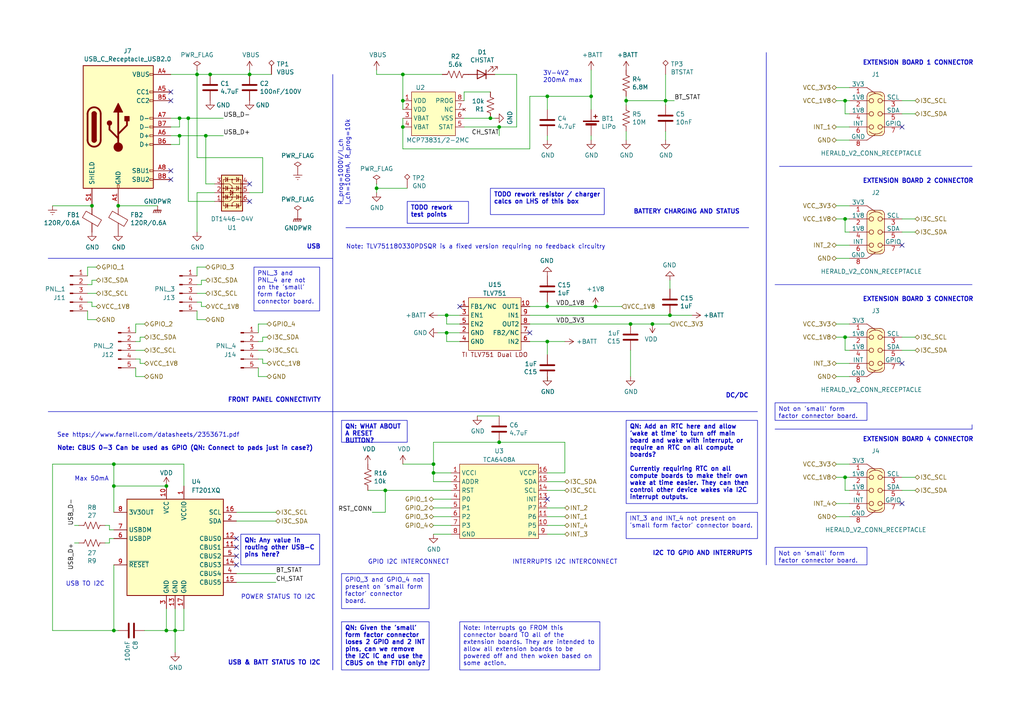
<source format=kicad_sch>
(kicad_sch (version 20230121) (generator eeschema)
  (paper "A4")
  (title_block (title "V2 Wearable Standard Connector Board") (company "The Herald Project") (comment 1 "Copyright 2021-2023 All Rights Reserved") (comment 2 "Licensed under CERN OHL-P-V2"))
  (lib_symbols
    (symbol "Connector:Conn_01x05_Pin" (pin_names (offset 1.016) hide)
      (property "Reference" "J" (at 0 7.62 0))
      (property "Value" "Conn_01x05_Pin" (at 0 -7.62 0))
      (symbol "Conn_01x05_Pin_1_1"
        (pin passive line (at 5.08 5.08 180) (length 3.81) (name "Pin_1") (number "1"))
        (pin passive line (at 5.08 2.54 180) (length 3.81) (name "Pin_2") (number "2"))
        (pin passive line (at 5.08 0 180) (length 3.81) (name "Pin_3") (number "3"))
        (pin passive line (at 5.08 -2.54 180) (length 3.81) (name "Pin_4") (number "4"))
        (pin passive line (at 5.08 -5.08 180) (length 3.81) (name "Pin_5") (number "5"))
      )
    )
    (symbol "Connector:TestPoint_Alt" (pin_numbers hide) (pin_names (offset 0.762) hide)
      (property "Reference" "TP" (at 0 6.858 0))
      (property "Value" "TestPoint_Alt" (at 0 5.08 0))
      (symbol "TestPoint_Alt_1_1"
        (pin passive line (at 0 0 90) (length 2.54) (name "1") (number "1"))
      )
    )
    (symbol "Connector:USB_C_Receptacle_USB2.0" (pin_names (offset 1.016))
      (property "Reference" "J" (at -10.16 19.05 0))
      (property "Value" "USB_C_Receptacle_USB2.0" (at 19.05 19.05 0))
      (symbol "USB_C_Receptacle_USB2.0_1_1"
        (pin passive line (at 0 -22.86 90) (length 5.08) (name "GND") (number "A1"))
        (pin passive line (at 0 -22.86 90) (length 5.08) hide (name "GND") (number "A12"))
        (pin passive line (at 15.24 15.24 180) (length 5.08) (name "VBUS") (number "A4"))
        (pin bidirectional line (at 15.24 10.16 180) (length 5.08) (name "CC1") (number "A5"))
        (pin bidirectional line (at 15.24 -2.54 180) (length 5.08) (name "D+") (number "A6"))
        (pin bidirectional line (at 15.24 2.54 180) (length 5.08) (name "D-") (number "A7"))
        (pin bidirectional line (at 15.24 -12.7 180) (length 5.08) (name "SBU1") (number "A8"))
        (pin passive line (at 15.24 15.24 180) (length 5.08) hide (name "VBUS") (number "A9"))
        (pin passive line (at 0 -22.86 90) (length 5.08) hide (name "GND") (number "B1"))
        (pin passive line (at 0 -22.86 90) (length 5.08) hide (name "GND") (number "B12"))
        (pin passive line (at 15.24 15.24 180) (length 5.08) hide (name "VBUS") (number "B4"))
        (pin bidirectional line (at 15.24 7.62 180) (length 5.08) (name "CC2") (number "B5"))
        (pin bidirectional line (at 15.24 -5.08 180) (length 5.08) (name "D+") (number "B6"))
        (pin bidirectional line (at 15.24 0 180) (length 5.08) (name "D-") (number "B7"))
        (pin bidirectional line (at 15.24 -15.24 180) (length 5.08) (name "SBU2") (number "B8"))
        (pin passive line (at 15.24 15.24 180) (length 5.08) hide (name "VBUS") (number "B9"))
        (pin passive line (at -7.62 -22.86 90) (length 5.08) (name "SHIELD") (number "S1"))
      )
    )
    (symbol "Device:Battery_Cell" (pin_numbers hide) (pin_names (offset 0) hide)
      (property "Reference" "BT" (at 2.54 2.54 0))
      (property "Value" "Battery_Cell" (at 2.54 0 0))
      (symbol "Battery_Cell_1_1"
        (pin passive line (at 0 5.08 270) (length 2.54) (name "+") (number "1"))
        (pin passive line (at 0 -2.54 90) (length 2.54) (name "-") (number "2"))
      )
    )
    (symbol "Device:C" (pin_numbers hide) (pin_names (offset 0.254))
      (property "Reference" "C" (at 0.635 2.54 0))
      (property "Value" "C" (at 0.635 -2.54 0))
      (symbol "C_1_1"
        (pin passive line (at 0 3.81 270) (length 2.794) (name "~") (number "1"))
        (pin passive line (at 0 -3.81 90) (length 2.794) (name "~") (number "2"))
      )
    )
    (symbol "Device:FerriteBead" (pin_numbers hide) (pin_names (offset 0))
      (property "Reference" "FB" (at -3.81 0.635 90))
      (property "Value" "FerriteBead" (at 3.81 0 90))
      (symbol "FerriteBead_1_1"
        (pin passive line (at 0 3.81 270) (length 2.54) (name "~") (number "1"))
        (pin passive line (at 0 -3.81 90) (length 2.54) (name "~") (number "2"))
      )
    )
    (symbol "Device:LED" (pin_numbers hide) (pin_names (offset 1.016) hide)
      (property "Reference" "D" (at 0 2.54 0))
      (property "Value" "LED" (at 0 -2.54 0))
      (symbol "LED_1_1"
        (pin passive line (at -3.81 0 0) (length 2.54) (name "K") (number "1"))
        (pin passive line (at 3.81 0 180) (length 2.54) (name "A") (number "2"))
      )
    )
    (symbol "Device:R_US" (pin_numbers hide) (pin_names (offset 0))
      (property "Reference" "R" (at 2.54 0 90))
      (property "Value" "R_US" (at -2.54 0 90))
      (symbol "R_US_1_1"
        (pin passive line (at 0 3.81 270) (length 1.27) (name "~") (number "1"))
        (pin passive line (at 0 -3.81 90) (length 1.27) (name "~") (number "2"))
      )
    )
    (symbol "Herald:TLV751"
      (property "Reference" "U" (at -8.89 8.89 0))
      (symbol "TLV751_1_1"
        (text "TI TLV751 Dual LDO" (at 0 -8.89 0) (effects (font (size 1.27 1.27))))
        (pin input line (at -10.16 5.08 0) (length 2.54) (name "FB1/NC") (number "1"))
        (pin power_out line (at 10.16 5.08 180) (length 2.54) (name "OUT1") (number "10"))
        (pin power_in line (at -10.16 -2.54 0) (length 2.54) (name "GND") (number "2"))
        (pin input line (at -10.16 2.54 0) (length 2.54) (name "EN1") (number "3"))
        (pin power_in line (at -10.16 -5.08 0) (length 2.54) (name "GND") (number "4"))
        (pin input line (at -10.16 0 0) (length 2.54) (name "EN2") (number "5"))
        (pin power_in line (at 10.16 -5.08 180) (length 2.54) (name "IN2") (number "6"))
        (pin input line (at 10.16 -2.54 180) (length 2.54) (name "FB2/NC") (number "7"))
        (pin power_out line (at 10.16 0 180) (length 2.54) (name "OUT2") (number "8"))
        (pin power_in line (at 10.16 2.54 180) (length 2.54) (name "IN1") (number "9"))
      )
    )
    (symbol "Herald_Extras:HERALD_V2_CONN_RECEPTACLE" (pin_names (offset 0))
      (property "Reference" "J" (at 0 10.16 0))
      (property "Value" "HERALD_V2_CONN_RECEPTACLE" (at -1.27 -12.7 0))
      (symbol "HERALD_V2_CONN_RECEPTACLE_1_1"
        (text private "Note: Signal (and 1V8 pins) are each max 0.5A, 3V3 and GND are both max 5A" (at 1.27 -24.13 0) (effects (font (size 1.27 1.27))))
        (text private "Note: You MUST join both 1V8 pins together immediately to allow greater current." (at 1.27 -20.32 0) (effects (font (size 1.27 1.27))))
        (pin power_in line (at -7.62 6.35 0) (length 5.08) (name "3V3") (number "1"))
        (pin power_in line (at -7.62 2.54 0) (length 5.08) (name "1V8") (number "2"))
        (pin passive line (at 7.62 2.54 180) (length 5.08) (name "SCL") (number "3"))
        (pin power_in line (at -7.62 -1.27 0) (length 5.08) (name "1V8") (number "4"))
        (pin bidirectional line (at 7.62 -1.27 180) (length 5.08) (name "SDA") (number "5"))
        (pin bidirectional line (at -7.62 -5.08 0) (length 5.08) (name "INT") (number "6"))
        (pin bidirectional line (at 7.62 -5.08 180) (length 5.08) (name "GPIO") (number "7"))
        (pin power_in line (at -7.62 -8.89 0) (length 5.08) (name "GND") (number "8"))
      )
    )
    (symbol "Herald_Extras:MCP73831/2-2MC"
      (property "Reference" "U" (at 0 12.7 0))
      (property "Value" "MCP73831/2-2MC" (at 0 10.16 0))
      (symbol "MCP73831/2-2MC_1_1"
        (pin power_in line (at -8.89 6.35 0) (length 2.54) (name "VDD") (number "1"))
        (pin power_in line (at -8.89 3.81 0) (length 2.54) (name "VDD") (number "2"))
        (pin power_out line (at -8.89 1.27 0) (length 2.54) (name "VBAT") (number "3"))
        (pin passive line (at -8.89 -1.27 0) (length 2.54) (name "VBAT") (number "4"))
        (pin output line (at 8.89 -1.27 180) (length 2.54) (name "STAT") (number "5"))
        (pin passive line (at 8.89 1.27 180) (length 2.54) (name "VSS") (number "6"))
        (pin no_connect line (at 8.89 3.81 180) (length 2.54) (name "NC") (number "7"))
        (pin input line (at 8.89 6.35 180) (length 2.54) (name "PROG") (number "8"))
      )
    )
    (symbol "Herald_Extras:TCA6408A"
      (property "Reference" "U" (at 0 15.24 0))
      (property "Value" "TCA6408A" (at 0 12.7 0))
      (symbol "TCA6408A_1_1"
        (pin power_in line (at -13.97 8.89 0) (length 2.54) (name "VCCI") (number "1"))
        (pin bidirectional line (at 13.97 -6.35 180) (length 2.54) (name "P5") (number "10"))
        (pin bidirectional line (at 13.97 -3.81 180) (length 2.54) (name "P6") (number "11"))
        (pin bidirectional line (at 13.97 -1.27 180) (length 2.54) (name "P7") (number "12"))
        (pin bidirectional line (at 13.97 1.27 180) (length 2.54) (name "INT") (number "13"))
        (pin bidirectional line (at 13.97 3.81 180) (length 2.54) (name "SCL") (number "14"))
        (pin bidirectional line (at 13.97 6.35 180) (length 2.54) (name "SDA") (number "15"))
        (pin power_in line (at 13.97 8.89 180) (length 2.54) (name "VCCP") (number "16"))
        (pin input line (at -13.97 6.35 0) (length 2.54) (name "ADDR") (number "2"))
        (pin bidirectional line (at -13.97 3.81 0) (length 2.54) (name "RST") (number "3"))
        (pin bidirectional line (at -13.97 1.27 0) (length 2.54) (name "P0") (number "4"))
        (pin bidirectional line (at -13.97 -1.27 0) (length 2.54) (name "P1") (number "5"))
        (pin bidirectional line (at -13.97 -3.81 0) (length 2.54) (name "P2") (number "6"))
        (pin bidirectional line (at -13.97 -6.35 0) (length 2.54) (name "P3") (number "7"))
        (pin power_in line (at -13.97 -8.89 0) (length 2.54) (name "GND") (number "8"))
        (pin bidirectional line (at 13.97 -8.89 180) (length 2.54) (name "P4") (number "9"))
      )
    )
    (symbol "Herald_Extras:TVS4-563"
      (property "Reference" "U" (at -6.985 -2.54 0))
      (property "Value" "TVS4-563" (at 6.35 1.27 90))
      (symbol "TVS4-563_1_1"
        (pin passive line (at -2.54 -5.08 90) (length 2.54) (name "~") (number "1"))
        (pin passive line (at 0 -5.08 90) (length 2.54) (name "~") (number "2"))
        (pin passive line (at 2.54 -5.08 90) (length 2.54) (name "~") (number "3"))
        (pin passive line (at 2.54 5.08 270) (length 2.54) (name "~") (number "4"))
        (pin passive line (at 0 5.08 270) (length 2.54) (name "~") (number "5"))
        (pin passive line (at -2.54 5.08 270) (length 2.54) (name "~") (number "6"))
      )
    )
    (symbol "Interface_USB:FT201XQ"
      (property "Reference" "U4" (at 4.7341 19.05 0))
      (property "Value" "FT201XQ" (at 4.7341 16.51 0))
      (symbol "FT201XQ_1_1"
        (pin power_in line (at 2.54 17.78 270) (length 3.81) (name "VCCIO") (number "1"))
        (pin power_in line (at -2.54 17.78 270) (length 3.81) (name "VCC") (number "10"))
        (pin bidirectional line (at 17.78 0 180) (length 3.81) (name "CBUS1") (number "11"))
        (pin bidirectional line (at 17.78 2.54 180) (length 3.81) (name "CBUS0") (number "12"))
        (pin power_in line (at 0 -17.78 90) (length 3.81) (name "GND") (number "13"))
        (pin bidirectional line (at 17.78 -5.08 180) (length 3.81) (name "CBUS3") (number "14"))
        (pin bidirectional line (at 17.78 -10.16 180) (length 3.81) (name "CBUS5") (number "15"))
        (pin input line (at 17.78 10.16 180) (length 3.81) (name "SCL") (number "16"))
        (pin power_in line (at 2.54 -17.78 90) (length 3.81) (name "GND") (number "17"))
        (pin bidirectional line (at 17.78 7.62 180) (length 3.81) (name "SDA") (number "2"))
        (pin power_in line (at -2.54 -17.78 90) (length 3.81) (name "GND") (number "3"))
        (pin bidirectional line (at 17.78 -7.62 180) (length 3.81) (name "CBUS4") (number "4"))
        (pin bidirectional line (at 17.78 -2.54 180) (length 3.81) (name "CBUS2") (number "5"))
        (pin bidirectional line (at -17.78 2.54 0) (length 3.81) (name "USBDP") (number "6"))
        (pin bidirectional line (at -17.78 5.08 0) (length 3.81) (name "USBDM") (number "7"))
        (pin passive line (at -17.78 10.16 0) (length 3.81) (name "3V3OUT") (number "8"))
        (pin input line (at -17.78 -5.08 0) (length 3.81) (name "~{RESET}") (number "9"))
      )
    )
    (symbol "power:+1V8" (power) (pin_names (offset 0))
      (property "Value" "+1V8" (at 0 3.556 0))
      (symbol "+1V8_1_1"
        (pin power_in line (at 0 0 90) (length 0) hide (name "+1V8") (number "1"))
      )
    )
    (symbol "power:+BATT" (power) (pin_names (offset 0))
      (property "Value" "+BATT" (at 0 3.556 0))
      (symbol "+BATT_1_1"
        (pin power_in line (at 0 0 90) (length 0) hide (name "+BATT") (number "1"))
      )
    )
    (symbol "power:Earth" (power) (pin_names (offset 0))
      (symbol "Earth_1_1"
        (pin power_in line (at 0 0 270) (length 0) hide (name "Earth") (number "1"))
      )
    )
    (symbol "power:GND" (power) (pin_names (offset 0))
      (property "Value" "GND" (at 0 -3.81 0))
      (symbol "GND_1_1"
        (pin power_in line (at 0 0 270) (length 0) hide (name "GND") (number "1"))
      )
    )
    (symbol "power:GNDPWR" (power) (pin_names (offset 0))
      (property "Value" "GNDPWR" (at 0 -3.302 0))
      (symbol "GNDPWR_1_1"
        (pin power_in line (at 0 0 270) (length 0) hide (name "GNDPWR") (number "1"))
      )
    )
    (symbol "power:PWR_FLAG" (power) (pin_numbers hide) (pin_names (offset 0) hide)
      (property "Value" "PWR_FLAG" (at 0 3.81 0))
      (symbol "PWR_FLAG_0_0"
        (pin power_out line (at 0 0 90) (length 0) (name "pwr") (number "1"))
      )
    )
    (symbol "power:VBUS" (power) (pin_names (offset 0))
      (property "Value" "VBUS" (at 0 3.81 0))
      (symbol "VBUS_1_1"
        (pin power_in line (at 0 0 90) (length 0) hide (name "VBUS") (number "1"))
      )
    )
    (symbol "power:VDD" (power) (pin_names (offset 0))
      (property "Value" "VDD" (at 0 3.81 0))
      (symbol "VDD_1_1"
        (pin power_in line (at 0 0 90) (length 0) hide (name "VDD") (number "1"))
      )
    )
  )
  (junction (at 142.24 34.29))
  (junction (at 172.72 88.9))
  (junction (at 33.02 140.97))
  (junction (at 158.75 88.9))
  (junction (at 52.07 39.37))
  (junction (at 182.88 93.98))
  (junction (at 125.73 137.16))
  (junction (at 158.75 27.94))
  (junction (at 52.07 34.29))
  (junction (at 59.69 39.37))
  (junction (at 54.61 34.29))
  (junction (at 144.78 36.83))
  (junction (at 34.29 59.69))
  (junction (at 116.84 36.83))
  (junction (at 245.11 97.79))
  (junction (at 193.04 29.21))
  (junction (at 111.76 142.24))
  (junction (at 129.54 96.52))
  (junction (at 245.11 63.5))
  (junction (at 109.22 54.61))
  (junction (at 50.8 182.88))
  (junction (at 33.02 134.62))
  (junction (at 171.45 27.94))
  (junction (at 116.84 29.21))
  (junction (at 57.15 21.59))
  (junction (at 116.84 21.59))
  (junction (at 189.23 93.98))
  (junction (at 158.75 99.06))
  (junction (at 129.54 91.44))
  (junction (at 48.26 140.97))
  (junction (at 194.31 91.44))
  (junction (at 125.73 134.62))
  (junction (at 181.61 29.21))
  (junction (at 33.02 182.88))
  (junction (at 245.11 138.43))
  (junction (at 144.78 128.27))
  (junction (at 72.39 21.59))
  (junction (at 48.26 182.88))
  (junction (at 245.11 29.21))
  (junction (at 60.96 21.59))
  (junction (at 26.67 59.69))
  (no_connect (at 261.62 146.05))
  (no_connect (at 68.58 163.83))
  (no_connect (at 261.62 71.12))
  (no_connect (at 49.53 26.67))
  (no_connect (at 68.58 158.75))
  (no_connect (at 49.53 29.21))
  (no_connect (at 49.53 49.53))
  (no_connect (at 49.53 52.07))
  (no_connect (at 261.62 36.83))
  (no_connect (at 261.62 105.41))
  (no_connect (at 68.58 161.29))
  (no_connect (at 153.67 96.52))
  (no_connect (at 158.75 144.78))
  (no_connect (at 72.39 58.42))
  (no_connect (at 68.58 156.21))
  (no_connect (at 72.39 53.34))
  (no_connect (at 133.35 88.9))
  (wire (pts (xy 26.67 88.9) (xy 26.67 87.63)))
  (wire (pts (xy 33.02 163.83) (xy 33.02 182.88)))
  (wire (pts (xy 261.62 67.31) (xy 265.43 67.31)))
  (wire (pts (xy 116.84 36.83) (xy 116.84 43.18)))
  (wire (pts (xy 39.37 109.22) (xy 39.37 106.68)))
  (wire (pts (xy 41.91 182.88) (xy 48.26 182.88)))
  (wire (pts (xy 54.61 34.29) (xy 54.61 58.42)))
  (wire (pts (xy 50.8 182.88) (xy 48.26 182.88)))
  (wire (pts (xy 52.07 34.29) (xy 49.53 34.29)))
  (wire (pts (xy 245.11 29.21) (xy 246.38 29.21)))
  (wire (pts (xy 27.94 88.9) (xy 26.67 88.9)))
  (wire (pts (xy 116.84 21.59) (xy 128.27 21.59)))
  (wire (pts (xy 116.84 21.59) (xy 109.22 21.59)))
  (wire (pts (xy 261.62 97.79) (xy 265.43 97.79)))
  (wire (pts (xy 116.84 29.21) (xy 116.84 31.75)))
  (wire (pts (xy 245.11 63.5) (xy 245.11 67.31)))
  (wire (pts (xy 49.53 21.59) (xy 57.15 21.59)))
  (wire (pts (xy 68.58 168.91) (xy 80.01 168.91)))
  (polyline (pts (xy 222.25 15.24) (xy 222.25 163.83)))
  (wire (pts (xy 33.02 140.97) (xy 48.26 140.97)))
  (wire (pts (xy 57.15 20.32) (xy 57.15 21.59)))
  (wire (pts (xy 163.83 137.16) (xy 163.83 128.27)))
  (wire (pts (xy 109.22 53.34) (xy 109.22 54.61)))
  (polyline (pts (xy 100.33 66.04) (xy 217.17 66.04)))
  (wire (pts (xy 158.75 149.86) (xy 163.83 149.86)))
  (wire (pts (xy 27.94 92.71) (xy 25.4 92.71)))
  (wire (pts (xy 158.75 154.94) (xy 163.83 154.94)))
  (wire (pts (xy 33.02 153.67) (xy 31.75 153.67)))
  (wire (pts (xy 57.15 87.63) (xy 58.42 87.63)))
  (wire (pts (xy 246.38 33.02) (xy 245.11 33.02)))
  (wire (pts (xy 49.53 41.91) (xy 52.07 41.91)))
  (wire (pts (xy 50.8 176.53) (xy 50.8 182.88)))
  (wire (pts (xy 125.73 128.27) (xy 144.78 128.27)))
  (wire (pts (xy 182.88 93.98) (xy 189.23 93.98)))
  (wire (pts (xy 134.62 26.67) (xy 142.24 26.67)))
  (wire (pts (xy 245.11 97.79) (xy 246.38 97.79)))
  (wire (pts (xy 158.75 99.06) (xy 163.83 99.06)))
  (wire (pts (xy 181.61 27.94) (xy 181.61 29.21)))
  (wire (pts (xy 158.75 27.94) (xy 171.45 27.94)))
  (wire (pts (xy 15.24 59.69) (xy 26.67 59.69)))
  (wire (pts (xy 127 91.44) (xy 129.54 91.44)))
  (wire (pts (xy 125.73 137.16) (xy 130.81 137.16)))
  (wire (pts (xy 48.26 176.53) (xy 48.26 182.88)))
  (wire (pts (xy 30.48 157.48) (xy 31.75 157.48)))
  (wire (pts (xy 27.94 81.28) (xy 26.67 81.28)))
  (wire (pts (xy 54.61 34.29) (xy 64.77 34.29)))
  (wire (pts (xy 158.75 147.32) (xy 163.83 147.32)))
  (wire (pts (xy 129.54 99.06) (xy 129.54 96.52)))
  (wire (pts (xy 149.86 21.59) (xy 143.51 21.59)))
  (wire (pts (xy 77.47 109.22) (xy 74.93 109.22)))
  (wire (pts (xy 52.07 39.37) (xy 59.69 39.37)))
  (wire (pts (xy 59.69 77.47) (xy 57.15 77.47)))
  (wire (pts (xy 78.74 21.59) (xy 72.39 21.59)))
  (wire (pts (xy 54.61 34.29) (xy 52.07 34.29)))
  (wire (pts (xy 242.57 63.5) (xy 245.11 63.5)))
  (wire (pts (xy 116.84 134.62) (xy 125.73 134.62)))
  (wire (pts (xy 59.69 88.9) (xy 58.42 88.9)))
  (wire (pts (xy 134.62 29.21) (xy 134.62 26.67)))
  (wire (pts (xy 74.93 101.6) (xy 77.47 101.6)))
  (wire (pts (xy 40.64 105.41) (xy 40.64 104.14)))
  (wire (pts (xy 39.37 99.06) (xy 40.64 99.06)))
  (wire (pts (xy 171.45 27.94) (xy 171.45 31.75)))
  (wire (pts (xy 62.23 58.42) (xy 54.61 58.42)))
  (polyline (pts (xy 96.52 119.38) (xy 96.52 194.31)))
  (wire (pts (xy 59.69 92.71) (xy 57.15 92.71)))
  (wire (pts (xy 138.43 120.65) (xy 144.78 120.65)))
  (wire (pts (xy 261.62 33.02) (xy 265.43 33.02)))
  (wire (pts (xy 182.88 101.6) (xy 182.88 109.22)))
  (wire (pts (xy 245.11 138.43) (xy 246.38 138.43)))
  (wire (pts (xy 57.15 92.71) (xy 57.15 90.17)))
  (wire (pts (xy 39.37 93.98) (xy 39.37 96.52)))
  (wire (pts (xy 76.2 97.79) (xy 76.2 99.06)))
  (wire (pts (xy 125.73 147.32) (xy 130.81 147.32)))
  (wire (pts (xy 129.54 93.98) (xy 129.54 91.44)))
  (wire (pts (xy 158.75 27.94) (xy 158.75 31.75)))
  (wire (pts (xy 189.23 93.98) (xy 194.31 93.98)))
  (wire (pts (xy 193.04 38.1) (xy 193.04 40.64)))
  (wire (pts (xy 25.4 85.09) (xy 27.94 85.09)))
  (wire (pts (xy 109.22 20.32) (xy 109.22 21.59)))
  (wire (pts (xy 40.64 97.79) (xy 40.64 99.06)))
  (wire (pts (xy 242.57 29.21) (xy 245.11 29.21)))
  (wire (pts (xy 31.75 156.21) (xy 31.75 157.48)))
  (wire (pts (xy 245.11 29.21) (xy 245.11 33.02)))
  (wire (pts (xy 31.75 153.67) (xy 31.75 152.4)))
  (wire (pts (xy 246.38 101.6) (xy 245.11 101.6)))
  (polyline (pts (xy 224.79 82.55) (xy 281.94 82.55)))
  (wire (pts (xy 39.37 104.14) (xy 40.64 104.14)))
  (wire (pts (xy 134.62 34.29) (xy 142.24 34.29)))
  (wire (pts (xy 33.02 182.88) (xy 34.29 182.88)))
  (wire (pts (xy 158.75 88.9) (xy 172.72 88.9)))
  (wire (pts (xy 158.75 142.24) (xy 163.83 142.24)))
  (wire (pts (xy 158.75 137.16) (xy 163.83 137.16)))
  (wire (pts (xy 125.73 139.7) (xy 125.73 137.16)))
  (wire (pts (xy 242.57 40.64) (xy 246.38 40.64)))
  (wire (pts (xy 158.75 99.06) (xy 158.75 102.87)))
  (wire (pts (xy 64.77 39.37) (xy 59.69 39.37)))
  (wire (pts (xy 163.83 128.27) (xy 144.78 128.27)))
  (wire (pts (xy 25.4 87.63) (xy 26.67 87.63)))
  (wire (pts (xy 74.93 109.22) (xy 74.93 106.68)))
  (wire (pts (xy 245.11 97.79) (xy 245.11 101.6)))
  (polyline (pts (xy 13.97 74.93) (xy 96.52 74.93)))
  (wire (pts (xy 242.57 134.62) (xy 246.38 134.62)))
  (wire (pts (xy 21.59 152.4) (xy 22.86 152.4)))
  (wire (pts (xy 116.84 21.59) (xy 116.84 29.21)))
  (wire (pts (xy 133.35 93.98) (xy 129.54 93.98)))
  (wire (pts (xy 242.57 74.93) (xy 246.38 74.93)))
  (wire (pts (xy 144.78 39.37) (xy 144.78 36.83)))
  (polyline (pts (xy 226.06 48.26) (xy 281.94 48.26)))
  (wire (pts (xy 57.15 77.47) (xy 57.15 80.01)))
  (wire (pts (xy 181.61 29.21) (xy 193.04 29.21)))
  (wire (pts (xy 111.76 148.59) (xy 111.76 142.24)))
  (wire (pts (xy 158.75 139.7) (xy 163.83 139.7)))
  (wire (pts (xy 106.68 142.24) (xy 111.76 142.24)))
  (wire (pts (xy 133.35 99.06) (xy 129.54 99.06)))
  (wire (pts (xy 60.96 21.59) (xy 72.39 21.59)))
  (wire (pts (xy 153.67 99.06) (xy 158.75 99.06)))
  (wire (pts (xy 33.02 134.62) (xy 53.34 134.62)))
  (wire (pts (xy 242.57 93.98) (xy 246.38 93.98)))
  (wire (pts (xy 33.02 148.59) (xy 33.02 140.97)))
  (polyline (pts (xy 96.52 119.38) (xy 219.71 119.38)))
  (wire (pts (xy 53.34 176.53) (xy 53.34 182.88)))
  (wire (pts (xy 41.91 93.98) (xy 39.37 93.98)))
  (wire (pts (xy 129.54 91.44) (xy 133.35 91.44)))
  (wire (pts (xy 242.57 105.41) (xy 246.38 105.41)))
  (wire (pts (xy 118.11 54.61) (xy 109.22 54.61)))
  (wire (pts (xy 143.51 34.29) (xy 142.24 34.29)))
  (wire (pts (xy 144.78 36.83) (xy 149.86 36.83)))
  (wire (pts (xy 57.15 21.59) (xy 60.96 21.59)))
  (wire (pts (xy 125.73 154.94) (xy 130.81 154.94)))
  (wire (pts (xy 193.04 21.59) (xy 193.04 29.21)))
  (wire (pts (xy 39.37 101.6) (xy 41.91 101.6)))
  (wire (pts (xy 74.93 93.98) (xy 74.93 96.52)))
  (wire (pts (xy 41.91 105.41) (xy 40.64 105.41)))
  (wire (pts (xy 25.4 92.71) (xy 25.4 90.17)))
  (wire (pts (xy 15.24 134.62) (xy 15.24 182.88)))
  (polyline (pts (xy 13.97 119.38) (xy 96.52 119.38)))
  (wire (pts (xy 68.58 148.59) (xy 80.01 148.59)))
  (wire (pts (xy 57.15 85.09) (xy 59.69 85.09)))
  (wire (pts (xy 58.42 88.9) (xy 58.42 87.63)))
  (wire (pts (xy 242.57 109.22) (xy 246.38 109.22)))
  (wire (pts (xy 129.54 96.52) (xy 133.35 96.52)))
  (wire (pts (xy 158.75 27.94) (xy 153.67 27.94)))
  (wire (pts (xy 261.62 138.43) (xy 265.43 138.43)))
  (wire (pts (xy 246.38 142.24) (xy 245.11 142.24)))
  (wire (pts (xy 242.57 71.12) (xy 246.38 71.12)))
  (wire (pts (xy 57.15 55.88) (xy 57.15 67.31)))
  (wire (pts (xy 15.24 182.88) (xy 33.02 182.88)))
  (wire (pts (xy 77.47 105.41) (xy 76.2 105.41)))
  (wire (pts (xy 242.57 97.79) (xy 245.11 97.79)))
  (wire (pts (xy 153.67 43.18) (xy 116.84 43.18)))
  (wire (pts (xy 194.31 91.44) (xy 200.66 91.44)))
  (wire (pts (xy 134.62 36.83) (xy 144.78 36.83)))
  (wire (pts (xy 62.23 55.88) (xy 57.15 55.88)))
  (wire (pts (xy 194.31 81.28) (xy 194.31 83.82)))
  (wire (pts (xy 158.75 109.22) (xy 158.75 110.49)))
  (wire (pts (xy 242.57 25.4) (xy 246.38 25.4)))
  (wire (pts (xy 125.73 128.27) (xy 125.73 134.62)))
  (wire (pts (xy 153.67 27.94) (xy 153.67 43.18)))
  (wire (pts (xy 76.2 55.88) (xy 72.39 55.88)))
  (wire (pts (xy 49.53 36.83) (xy 52.07 36.83)))
  (wire (pts (xy 21.59 157.48) (xy 22.86 157.48)))
  (wire (pts (xy 130.81 139.7) (xy 125.73 139.7)))
  (wire (pts (xy 242.57 146.05) (xy 246.38 146.05)))
  (wire (pts (xy 107.95 148.59) (xy 111.76 148.59)))
  (wire (pts (xy 125.73 149.86) (xy 130.81 149.86)))
  (wire (pts (xy 77.47 93.98) (xy 74.93 93.98)))
  (wire (pts (xy 72.39 20.32) (xy 72.39 21.59)))
  (wire (pts (xy 33.02 134.62) (xy 33.02 140.97)))
  (wire (pts (xy 181.61 40.64) (xy 181.61 38.1)))
  (wire (pts (xy 27.94 77.47) (xy 25.4 77.47)))
  (wire (pts (xy 127 96.52) (xy 129.54 96.52)))
  (wire (pts (xy 26.67 81.28) (xy 26.67 82.55)))
  (wire (pts (xy 25.4 77.47) (xy 25.4 80.01)))
  (wire (pts (xy 116.84 34.29) (xy 116.84 36.83)))
  (wire (pts (xy 125.73 152.4) (xy 130.81 152.4)))
  (wire (pts (xy 153.67 93.98) (xy 182.88 93.98)))
  (wire (pts (xy 153.67 88.9) (xy 158.75 88.9)))
  (wire (pts (xy 41.91 109.22) (xy 39.37 109.22)))
  (wire (pts (xy 57.15 21.59) (xy 57.15 45.72)))
  (wire (pts (xy 68.58 151.13) (xy 80.01 151.13)))
  (wire (pts (xy 245.11 138.43) (xy 245.11 142.24)))
  (wire (pts (xy 50.8 182.88) (xy 50.8 189.23)))
  (wire (pts (xy 76.2 45.72) (xy 76.2 55.88)))
  (wire (pts (xy 74.93 104.14) (xy 76.2 104.14)))
  (wire (pts (xy 172.72 88.9) (xy 180.34 88.9)))
  (wire (pts (xy 261.62 101.6) (xy 265.43 101.6)))
  (wire (pts (xy 158.75 152.4) (xy 163.83 152.4)))
  (wire (pts (xy 245.11 63.5) (xy 246.38 63.5)))
  (wire (pts (xy 68.58 166.37) (xy 80.01 166.37)))
  (wire (pts (xy 149.86 21.59) (xy 149.86 36.83)))
  (wire (pts (xy 195.58 29.21) (xy 193.04 29.21)))
  (wire (pts (xy 246.38 67.31) (xy 245.11 67.31)))
  (wire (pts (xy 242.57 36.83) (xy 246.38 36.83)))
  (wire (pts (xy 59.69 39.37) (xy 59.69 53.34)))
  (wire (pts (xy 158.75 39.37) (xy 158.75 40.64)))
  (wire (pts (xy 58.42 81.28) (xy 58.42 82.55)))
  (wire (pts (xy 53.34 182.88) (xy 50.8 182.88)))
  (wire (pts (xy 125.73 144.78) (xy 130.81 144.78)))
  (wire (pts (xy 193.04 29.21) (xy 193.04 30.48)))
  (wire (pts (xy 125.73 134.62) (xy 125.73 137.16)))
  (wire (pts (xy 33.02 156.21) (xy 31.75 156.21)))
  (wire (pts (xy 15.24 134.62) (xy 33.02 134.62)))
  (wire (pts (xy 261.62 29.21) (xy 265.43 29.21)))
  (wire (pts (xy 52.07 39.37) (xy 49.53 39.37)))
  (wire (pts (xy 158.75 87.63) (xy 158.75 88.9)))
  (wire (pts (xy 171.45 40.64) (xy 171.45 39.37)))
  (wire (pts (xy 41.91 97.79) (xy 40.64 97.79)))
  (wire (pts (xy 30.48 152.4) (xy 31.75 152.4)))
  (wire (pts (xy 153.67 91.44) (xy 194.31 91.44)))
  (wire (pts (xy 261.62 142.24) (xy 265.43 142.24)))
  (polyline (pts (xy 281.94 124.46) (xy 281.94 123.19)))
  (wire (pts (xy 57.15 82.55) (xy 58.42 82.55)))
  (wire (pts (xy 52.07 41.91) (xy 52.07 39.37)))
  (wire (pts (xy 53.34 140.97) (xy 53.34 134.62)))
  (wire (pts (xy 109.22 54.61) (xy 109.22 55.88)))
  (wire (pts (xy 242.57 138.43) (xy 245.11 138.43)))
  (wire (pts (xy 76.2 105.41) (xy 76.2 104.14)))
  (wire (pts (xy 59.69 53.34) (xy 62.23 53.34)))
  (wire (pts (xy 261.62 63.5) (xy 265.43 63.5)))
  (wire (pts (xy 25.4 82.55) (xy 26.67 82.55)))
  (polyline (pts (xy 224.79 124.46) (xy 281.94 124.46)))
  (wire (pts (xy 74.93 99.06) (xy 76.2 99.06)))
  (wire (pts (xy 171.45 20.32) (xy 171.45 27.94)))
  (wire (pts (xy 242.57 149.86) (xy 246.38 149.86)))
  (wire (pts (xy 57.15 45.72) (xy 76.2 45.72)))
  (wire (pts (xy 181.61 29.21) (xy 181.61 30.48)))
  (wire (pts (xy 52.07 36.83) (xy 52.07 34.29)))
  (wire (pts (xy 111.76 142.24) (xy 130.81 142.24)))
  (wire (pts (xy 59.69 81.28) (xy 58.42 81.28)))
  (wire (pts (xy 242.57 59.69) (xy 246.38 59.69)))
  (wire (pts (xy 77.47 97.79) (xy 76.2 97.79)))
  (polyline (pts (xy 96.52 119.38) (xy 96.52 21.59)))
  (wire (pts (xy 45.72 59.69) (xy 34.29 59.69)))
  (text_box "QN: Given the 'small' form factor connector loses 2 GPIO and 2 INT pins, can we remove the I2C IC and use the CBUS on the FTDI only?" (at 99.06 180.34 0) (size 25.4 13.97) (effects (font (size 1.27 1.27) (thickness 0.254) bold) (justify left top)))
  (text_box "Note: Interrupts go FROM this connector board TO all of the extension boards. They are intended to allow all extension boards to be powered off and then woken based on some action." (at 133.35 180.34 0) (size 40.64 13.97) (effects (font (size 1.27 1.27)) (justify left top)))
  (text_box "Not on 'small' form factor connector board." (at 224.79 158.75 0) (size 26.67 5.08) (effects (font (size 1.27 1.27)) (justify left top)))
  (text_box "QN: Any value in routing other USB-C pins here?" (at 69.85 154.94 0) (size 22.86 8.89) (effects (font (size 1.27 1.27) bold) (justify left top)))
  (text_box "TODO rework test points" (at 118.11 58.42 0) (size 17.78 6.35) (effects (font (size 1.27 1.27) bold) (justify left top)))
  (text_box "GPIO_3 and GPIO_4 not present on 'small form factor' connector board." (at 99.06 166.37 0) (size 25.4 10.16) (effects (font (size 1.27 1.27)) (justify left top)))
  (text_box "QN: Add an RTC here and allow 'wake at time' to turn off main board and wake with interrupt, or require an RTC on all compute boards?\n\nCurrently requiring RTC on all compute boards to make their own wake at time easier. They can then control other device wakes via I2C interrupt outputs." (at 181.61 121.92 0) (size 38.1 24.13) (effects (font (size 1.27 1.27) (thickness 0.254) bold) (justify left top)))
  (text_box "PNL_3 and PNL_4 are not on the 'small' form factor connector board." (at 73.66 77.47 0) (size 19.05 12.7) (effects (font (size 1.27 1.27)) (justify left top)))
  (text_box "Not on 'small' form factor connector board." (at 224.79 116.84 0) (size 26.67 5.08) (effects (font (size 1.27 1.27)) (justify left top)))
  (text_box "QN: WHAT ABOUT A RESET BUTTON?" (at 99.06 121.92 0) (size 19.05 6.35) (effects (font (size 1.27 1.27) bold) (justify left top)))
  (text_box "INT_3 and INT_4 not present on 'small form factor' connector board." (at 181.61 148.59 0) (size 38.1 7.62) (effects (font (size 1.27 1.27)) (justify left top)))
  (text_box "TODO rework resistor / charger \ncalcs on LHS of this box" (at 142.24 54.61 0) (size 33.02 7.62) (effects (font (size 1.27 1.27) bold) (justify left top)))
  (text "USB TO I2C" (at 19.05 170.18 0) (effects (font (size 1.27 1.27)) (justify left bottom)))
  (text "BATTERY CHARGING AND STATUS" (at 214.63 62.23 0) (effects (font (size 1.27 1.27) (thickness 0.254) bold) (justify right bottom)))
  (text "DC/DC" (at 217.17 115.57 0) (effects (font (size 1.27 1.27) (thickness 0.254) bold) (justify right bottom)))
  (text "Note: TLV751180330PDSQR is a fixed version requiring no feedback circuitry" (at 100.33 72.39 0) (effects (font (size 1.27 1.27)) (justify left bottom)))
  (text "INTERRUPTS I2C INTERCONNECT" (at 148.59 163.83 0) (effects (font (size 1.27 1.27)) (justify left bottom)))
  (text "POWER STATUS TO I2C" (at 69.85 173.99 0) (effects (font (size 1.27 1.27)) (justify left bottom)))
  (text "USB" (at 88.9 72.39 0) (effects (font (size 1.27 1.27) (thickness 0.254) bold) (justify left bottom)))
  (text "GPIO I2C INTERCONNECT" (at 106.68 163.83 0) (effects (font (size 1.27 1.27)) (justify left bottom)))
  (text "USB & BATT STATUS TO I2C" (at 66.04 193.04 0) (effects (font (size 1.27 1.27) (thickness 0.254) bold) (justify left bottom)))
  (text "FRONT PANEL CONNECTIVITY" (at 66.04 116.84 0) (effects (font (size 1.27 1.27) (thickness 0.254) bold) (justify left bottom)))
  (text "EXTENSION BOARD 3 CONNECTOR" (at 250.19 87.63 0) (effects (font (size 1.27 1.27) (thickness 0.254) bold) (justify left bottom)))
  (text "See https://www.farnell.com/datasheets/2353671.pdf" (at 16.51 127 0) (effects (font (size 1.27 1.27)) (justify left bottom)))
  (text "I2C TO GPIO AND INTERRUPTS" (at 189.23 161.29 0) (effects (font (size 1.27 1.27) (thickness 0.254) bold) (justify left bottom)))
  (text "EXTENSION BOARD 1 CONNECTOR" (at 250.19 19.05 0) (effects (font (size 1.27 1.27) (thickness 0.254) bold) (justify left bottom)))
  (text "Max 50mA" (at 21.59 139.7 0) (effects (font (size 1.27 1.27)) (justify left bottom)))
  (text "EXTENSION BOARD 2 CONNECTOR" (at 250.19 53.34 0) (effects (font (size 1.27 1.27) (thickness 0.254) bold) (justify left bottom)))
  (text "3V-4V2\n200mA max" (at 157.48 24.13 0) (effects (font (size 1.27 1.27)) (justify left bottom)))
  (text "R_prog=1000V/I_ch\nI_ch=100mA, R_prog=10k" (at 101.6 59.69 90) (effects (font (size 1.27 1.27)) (justify left bottom)))
  (text "Note: CBUS 0-3 Can be used as GPIO (QN: Connect to pads just in case?)" (at 16.51 130.81 0) (effects (font (size 1.27 1.27) (thickness 0.254) bold) (justify left bottom)))
  (text "EXTENSION BOARD 4 CONNECTOR" (at 250.19 128.27 0) (effects (font (size 1.27 1.27) (thickness 0.254) bold) (justify left bottom)))
  (label "BT_STAT" (at 80.01 166.37 0))
  (label "USB_D-" (at 21.59 152.4 90))
  (label "CH_STAT" (at 144.78 39.37 180))
  (label "USB_D+" (at 64.77 39.37 0))
  (label "CH_STAT" (at 80.01 168.91 0))
  (label "BT_STAT" (at 195.58 29.21 0))
  (label "RST_CONN" (at 107.95 148.59 180))
  (label "VDD_3V3" (at 161.29 93.98 0))
  (label "VDD_1V8" (at 161.29 88.9 0))
  (label "USB_D+" (at 21.59 157.48 270))
  (label "USB_D-" (at 64.77 34.29 0))
  (hierarchical_label "I3C_SDA" (shape bidirectional) (at 80.01 151.13 0))
  (hierarchical_label "VCC_1V8" (shape bidirectional) (at 242.57 97.79 180))
  (hierarchical_label "I3C_SDA" (shape bidirectional) (at 41.91 97.79 0))
  (hierarchical_label "GPIO_1" (shape bidirectional) (at 125.73 144.78 180))
  (hierarchical_label "GND" (shape bidirectional) (at 41.91 109.22 0))
  (hierarchical_label "INT_1" (shape bidirectional) (at 163.83 149.86 0))
  (hierarchical_label "I3C_SCL" (shape bidirectional) (at 265.43 138.43 0))
  (hierarchical_label "GPIO_2" (shape bidirectional) (at 41.91 93.98 0))
  (hierarchical_label "GPIO_4" (shape bidirectional) (at 125.73 152.4 180))
  (hierarchical_label "VCC_1V8" (shape bidirectional) (at 27.94 88.9 0))
  (hierarchical_label "VCC_3V3" (shape bidirectional) (at 242.57 25.4 180))
  (hierarchical_label "I3C_SDA" (shape bidirectional) (at 163.83 139.7 0))
  (hierarchical_label "INT_1" (shape bidirectional) (at 242.57 36.83 180))
  (hierarchical_label "I3C_SCL" (shape bidirectional) (at 27.94 85.09 0))
  (hierarchical_label "INT_3" (shape bidirectional) (at 163.83 154.94 0))
  (hierarchical_label "I3C_SDA" (shape bidirectional) (at 265.43 142.24 0))
  (hierarchical_label "GND" (shape bidirectional) (at 242.57 74.93 180))
  (hierarchical_label "GPIO_4" (shape bidirectional) (at 77.47 93.98 0))
  (hierarchical_label "INT_2" (shape bidirectional) (at 242.57 71.12 180))
  (hierarchical_label "GND" (shape bidirectional) (at 242.57 109.22 180))
  (hierarchical_label "VCC_3V3" (shape bidirectional) (at 242.57 59.69 180))
  (hierarchical_label "VCC_3V3" (shape input) (at 194.31 93.98 0))
  (hierarchical_label "INT_4" (shape bidirectional) (at 163.83 152.4 0))
  (hierarchical_label "VCC_3V3" (shape bidirectional) (at 242.57 134.62 180))
  (hierarchical_label "INT_4" (shape bidirectional) (at 242.57 146.05 180))
  (hierarchical_label "GND" (shape bidirectional) (at 242.57 149.86 180))
  (hierarchical_label "I3C_SDA" (shape bidirectional) (at 265.43 101.6 0))
  (hierarchical_label "VCC_1V8" (shape bidirectional) (at 77.47 105.41 0))
  (hierarchical_label "I3C_SCL" (shape bidirectional) (at 265.43 63.5 0))
  (hierarchical_label "I3C_SDA" (shape bidirectional) (at 265.43 67.31 0))
  (hierarchical_label "GND" (shape bidirectional) (at 59.69 92.71 0))
  (hierarchical_label "VCC_1V8" (shape bidirectional) (at 242.57 63.5 180))
  (hierarchical_label "I3C_SDA" (shape bidirectional) (at 77.47 97.79 0))
  (hierarchical_label "GPIO_3" (shape bidirectional) (at 59.69 77.47 0))
  (hierarchical_label "GPIO_1" (shape bidirectional) (at 27.94 77.47 0))
  (hierarchical_label "I3C_SCL" (shape bidirectional) (at 265.43 97.79 0))
  (hierarchical_label "I3C_SCL" (shape bidirectional) (at 265.43 29.21 0))
  (hierarchical_label "I3C_SDA" (shape bidirectional) (at 59.69 81.28 0))
  (hierarchical_label "VCC_3V3" (shape bidirectional) (at 242.57 93.98 180))
  (hierarchical_label "VCC_1V8" (shape bidirectional) (at 59.69 88.9 0))
  (hierarchical_label "VCC_1V8" (shape input) (at 180.34 88.9 0))
  (hierarchical_label "INT_2" (shape bidirectional) (at 163.83 147.32 0))
  (hierarchical_label "I3C_SCL" (shape bidirectional) (at 41.91 101.6 0))
  (hierarchical_label "VCC_1V8" (shape bidirectional) (at 242.57 138.43 180))
  (hierarchical_label "VCC_1V8" (shape bidirectional) (at 41.91 105.41 0))
  (hierarchical_label "I3C_SCL" (shape bidirectional) (at 163.83 142.24 0))
  (hierarchical_label "VCC_1V8" (shape bidirectional) (at 242.57 29.21 180))
  (hierarchical_label "GPIO_3" (shape bidirectional) (at 125.73 149.86 180))
  (hierarchical_label "I3C_SCL" (shape bidirectional) (at 77.47 101.6 0))
  (hierarchical_label "I3C_SCL" (shape bidirectional) (at 59.69 85.09 0))
  (hierarchical_label "I3C_SCL" (shape bidirectional) (at 80.01 148.59 0))
  (hierarchical_label "I3C_SDA" (shape bidirectional) (at 27.94 81.28 0))
  (hierarchical_label "GND" (shape bidirectional) (at 77.47 109.22 0))
  (hierarchical_label "GPIO_2" (shape bidirectional) (at 125.73 147.32 180))
  (hierarchical_label "GND" (shape bidirectional) (at 242.57 40.64 180))
  (hierarchical_label "INT_3" (shape bidirectional) (at 242.57 105.41 180))
  (hierarchical_label "GND" (shape bidirectional) (at 27.94 92.71 0))
  (hierarchical_label "I3C_SDA" (shape bidirectional) (at 265.43 33.02 0))
  (symbol (lib_id "power:GND") (at 60.96 29.21 0) (unit 1)
    (property "Reference" "#PWR06" (effects hide))
    (property "Value" "GND" (at 64.77 30.48 0))
    (instances (project "wearable-v2" (path "" (reference "#PWR06") (unit 1))) (project "wearable" (path "" (reference "#PWR015") (unit 1))))
  )
  (symbol (lib_id "Device:C") (at 144.78 124.46 180) (unit 1)
    (property "Reference" "C6" (at 147.701 123.2916 0) (effects (justify right)))
    (property "Value" "4.7uF" (at 147.701 125.603 0) (effects (justify right)))
    (property "Footprint" "Capacitor_SMD:C_0402_1005Metric" (effects hide))
    (property "Description" "Capacitor, X5R 20% 16V" (effects hide))
    (property "MPN" "0402YD475MAT2A" (effects hide))
    (instances (project "wearable-v2" (path "" (reference "C6") (unit 1))) (project "wearable" (path "" (reference "C22") (unit 1))))
  )
  (symbol (lib_id "power:GND") (at 34.29 67.31 0) (unit 1)
    (property "Reference" "#PWR03" (effects hide))
    (property "Value" "GND" (at 34.417 71.7042 0))
    (instances (project "wearable-v2" (path "" (reference "#PWR03") (unit 1))) (project "wearable" (path "" (reference "#PWR06") (unit 1))))
  )
  (symbol (lib_id "power:VDD") (at 116.84 134.62 0) (unit 1)
    (property "Reference" "#PWR026" (effects hide))
    (property "Value" "VDD" (at 117.221 130.2258 0))
    (instances (project "wearable-v2" (path "" (reference "#PWR026") (unit 1))) (project "wearable" (path "" (reference "#PWR059") (unit 1))))
  )
  (symbol (lib_id "Herald_Extras:TCA6408A") (at 144.78 146.05 0) (unit 1)
    (property "Reference" "U3" (at 144.78 130.81 0))
    (property "Value" "TCA6408A" (at 144.78 133.35 0))
    (property "Footprint" "Herald:QFN40P180X260X55-16N" (effects hide))
    (property "Datasheet" "https://www.ti.com/lit/ds/symlink/tca6408a.pdf" (effects hide))
    (property "MPN" "TCA6408ARSVR" (effects hide))
  )
  (symbol (lib_id "power:+BATT") (at 181.61 20.32 0) (unit 1)
    (property "Reference" "#PWR021" (effects hide))
    (property "Value" "+BATT" (at 181.991 15.9258 0))
    (instances (project "wearable-v2" (path "" (reference "#PWR021") (unit 1))) (project "wearable" (path "" (reference "#PWR046") (unit 1))))
  )
  (symbol (lib_id "Device:C") (at 158.75 83.82 0) (unit 1)
    (property "Reference" "C15" (at 161.671 82.6516 0) (effects (justify left)))
    (property "Value" "1uF" (at 161.671 84.963 0) (effects (justify left)))
    (property "Footprint" "Capacitor_SMD:C_0402_1005Metric" (effects hide))
    (property "Description" "Capacitor, X5R 20% 10V" (effects hide))
    (property "MPN" "GRM155R61C105KA12D" (effects hide))
    (instances (project "wearable-v2" (path "" (reference "C15") (unit 1)) (path "" (reference "C31") (unit 1))) (project "wearable" (path "" (reference "C101") (unit 1)) (path "" (reference "C?") (unit 1))))
  )
  (symbol (lib_id "power:GND") (at 193.04 40.64 0) (unit 1)
    (property "Reference" "#PWR023" (effects hide))
    (property "Value" "GND" (at 193.167 45.0342 0))
    (instances (project "wearable-v2" (path "" (reference "#PWR023") (unit 1))) (project "wearable" (path "" (reference "#PWR052") (unit 1))))
  )
  (symbol (lib_id "Connector:Conn_01x05_Pin") (at 34.29 101.6 0) (unit 1)
    (property "Reference" "J12" (at 33.02 102.87 0) (effects (justify right)))
    (property "Value" "PNL_2" (at 33.02 100.33 0) (effects (justify right)))
  )
  (symbol (lib_id "power:VBUS") (at 72.39 20.32 0) (unit 1)
    (property "Reference" "#PWR07" (effects hide))
    (property "Value" "VBUS" (at 72.771 15.9258 0))
    (instances (project "wearable-v2" (path "" (reference "#PWR07") (unit 1))) (project "wearable" (path "" (reference "#PWR017") (unit 1))))
  )
  (symbol (lib_id "Device:C") (at 158.75 106.68 180) (unit 1)
    (property "Reference" "C15" (at 155.829 107.8484 0) (effects (justify left)))
    (property "Value" "1uF" (at 155.829 105.537 0) (effects (justify left)))
    (property "Footprint" "Capacitor_SMD:C_0402_1005Metric" (effects hide))
    (property "Description" "Capacitor, X5R 20% 10V" (effects hide))
    (property "MPN" "GRM155R61C105KA12D" (effects hide))
    (instances (project "wearable-v2" (path "" (reference "C15") (unit 1)) (path "" (reference "C16") (unit 1))) (project "wearable" (path "" (reference "C101") (unit 1)) (path "" (reference "C?") (unit 1))))
  )
  (symbol (lib_id "power:GND") (at 26.67 67.31 0) (unit 1)
    (property "Reference" "#PWR02" (effects hide))
    (property "Value" "GND" (at 26.797 71.7042 0))
    (instances (project "wearable-v2" (path "" (reference "#PWR02") (unit 1))) (project "wearable" (path "" (reference "#PWR04") (unit 1))))
  )
  (symbol (lib_id "power:GND") (at 182.88 109.22 0) (unit 1)
    (property "Reference" "#PWR0100" (effects hide))
    (property "Value" "GND" (at 183.007 113.6142 0))
    (instances (project "wearable-v2" (path "" (reference "#PWR0100") (unit 1))) (project "wearable" (path "" (reference "#PWR0115") (unit 1))))
  )
  (symbol (lib_id "power:GND") (at 50.8 189.23 0) (unit 1)
    (property "Reference" "#PWR034" (effects hide))
    (property "Value" "GND" (at 50.927 193.6242 0))
    (instances (project "wearable-v2" (path "" (reference "#PWR034") (unit 1))) (project "wearable" (path "" (reference "#PWR060") (unit 1))))
  )
  (symbol (lib_id "power:PWR_FLAG") (at 86.36 49.53 0) (unit 1)
    (property "Reference" "#FLG02" (effects hide))
    (property "Value" "PWR_FLAG" (at 86.36 45.1358 0))
    (instances (project "wearable-v2" (path "" (reference "#FLG02") (unit 1))) (project "wearable" (path "" (reference "#FLG0105") (unit 1))))
  )
  (symbol (lib_id "Device:C") (at 38.1 182.88 90) (unit 1)
    (property "Reference" "C8" (at 39.2684 185.801 0) (effects (justify right)))
    (property "Value" "100nF" (at 36.957 185.801 0) (effects (justify right)))
    (property "Footprint" "Capacitor_SMD:C_0402_1005Metric" (effects hide))
    (property "Description" "Capacitor, X5R 20% 16V" (effects hide))
    (property "MPN" "0402YD475MAT2A" (effects hide))
    (instances (project "wearable-v2" (path "" (reference "C8") (unit 1))) (project "wearable" (path "" (reference "C22") (unit 1))))
  )
  (symbol (lib_id "Herald_Extras:HERALD_V2_CONN_RECEPTACLE") (at 254 100.33 0) (unit 1)
    (property "Reference" "J3" (at 254 90.17 0))
    (property "Value" "HERALD_V2_CONN_RECEPTACLE" (at 252.73 113.03 0))
    (property "Footprint" "Herald:HERALD_V2_CONN_RECEPTACLE" (effects hide))
    (property "Datasheet" "https://ele.kyocera.com/assets/products/connector/specification/201035861003.pdf" (effects hide))
  )
  (symbol (lib_id "power:VDD") (at 106.68 134.62 0) (unit 1)
    (property "Reference" "#PWR030" (effects hide))
    (property "Value" "VDD" (at 107.061 130.2258 0))
    (instances (project "wearable-v2" (path "" (reference "#PWR030") (unit 1))) (project "wearable" (path "" (reference "#PWR059") (unit 1))))
  )
  (symbol (lib_id "Connector:TestPoint_Alt") (at 118.11 54.61 0) (unit 1)
    (property "Reference" "TP2" (at 119.5832 51.6128 0) (effects (justify left)))
    (property "Value" "GND" (at 119.5832 53.9242 0) (effects (justify left)))
    (property "Footprint" "TestPoint:TestPoint_Pad_D1.0mm" (effects hide))
    (property "Description" "Test point" (effects hide))
  )
  (symbol (lib_id "Connector:Conn_01x05_Pin") (at 20.32 85.09 0) (unit 1)
    (property "Reference" "J11" (at 19.05 86.36 0) (effects (justify right)))
    (property "Value" "PNL_1" (at 19.05 83.82 0) (effects (justify right)))
  )
  (symbol (lib_id "Device:FerriteBead") (at 26.67 63.5 0) (unit 1)
    (property "Reference" "FB1" (at 23.2156 62.3316 0) (effects (justify right)))
    (property "Value" "120R/0.6A" (at 23.2156 64.643 0) (effects (justify right)))
    (property "Footprint" "Inductor_SMD:L_0402_1005Metric" (effects hide))
    (property "Description" "Ferrite bead" (effects hide))
    (property "MPN" "MFBM1V1005-121-R" (effects hide))
  )
  (symbol (lib_id "power:GND") (at 138.43 120.65 0) (unit 1)
    (property "Reference" "#PWR027" (effects hide))
    (property "Value" "GND" (at 138.557 125.0442 0))
    (instances (project "wearable-v2" (path "" (reference "#PWR027") (unit 1))) (project "wearable" (path "" (reference "#PWR060") (unit 1))))
  )
  (symbol (lib_id "Connector:USB_C_Receptacle_USB2.0") (at 34.29 36.83 0) (unit 1)
    (property "Reference" "J7" (at 37.0078 14.8082 0))
    (property "Value" "USB_C_Receptacle_USB2.0" (at 37.0078 17.1196 0))
    (property "Footprint" "Herald:USB_C_Receptacle_IPxx" (effects hide))
    (property "Datasheet" "https://www.usb.org/sites/default/files/documents/usb_type-c.zip" (effects hide))
    (property "Description" "USB Type-C Receptacle" (effects hide))
    (property "MPN" "124018802112A" (effects hide))
    (instances (project "wearable-v2" (path "" (reference "J7") (unit 1))) (project "wearable" (path "" (reference "J1") (unit 1))))
  )
  (symbol (lib_id "power:+BATT") (at 200.66 91.44 270) (unit 1)
    (property "Reference" "#PWR061" (effects hide))
    (property "Value" "+BATT" (at 207.01 91.44 90))
    (instances (project "wearable-v2" (path "" (reference "#PWR061") (unit 1))) (project "wearable" (path "" (reference "#PWR044") (unit 1))))
  )
  (symbol (lib_id "power:GNDPWR") (at 45.72 59.69 0) (unit 1)
    (property "Reference" "#PWR04" (effects hide))
    (property "Value" "GNDPWR" (at 45.72 58.42 0))
    (instances (project "wearable-v2" (path "" (reference "#PWR04") (unit 1))) (project "wearable" (path "" (reference "#PWR0122") (unit 1))))
  )
  (symbol (lib_id "Device:R_US") (at 26.67 152.4 270) (unit 1)
    (property "Reference" "R8" (at 26.67 147.193 90))
    (property "Value" "27" (at 26.67 149.5044 90))
    (property "Footprint" "Resistor_SMD:R_0402_1005Metric" (effects hide))
    (property "Description" "Resistor, 1%, 100mW" (effects hide))
    (property "MPN" "RC0402FR-075R6L" (effects hide))
    (instances (project "wearable-v2" (path "" (reference "R8") (unit 1))) (project "wearable" (path "" (reference "R22") (unit 1))))
  )
  (symbol (lib_id "Device:C") (at 60.96 25.4 180) (unit 1)
    (property "Reference" "C1" (at 63.881 24.2316 0) (effects (justify right)))
    (property "Value" "4.7uF" (at 63.881 26.543 0) (effects (justify right)))
    (property "Footprint" "Capacitor_SMD:C_0402_1005Metric" (effects hide))
    (property "Description" "Capacitor, X5R 20% 16V" (effects hide))
    (property "MPN" "0402YD475MAT2A" (effects hide))
  )
  (symbol (lib_id "Interface_USB:FT201XQ") (at 50.8 158.75 0) (unit 1)
    (property "Reference" "U4" (at 55.5341 139.7 0) (effects (justify left)))
    (property "Value" "FT201XQ" (at 55.5341 142.24 0) (effects (justify left)))
    (property "Footprint" "Package_DFN_QFN:QFN-16-1EP_4x4mm_P0.65mm_EP2.1x2.1mm" (effects hide))
    (property "Datasheet" "https://www.ftdichip.com/Support/Documents/DataSheets/ICs/DS_FT201X.pdf" (effects hide))
    (property "MPN" "FT201XQ-R" (effects hide))
  )
  (symbol (lib_id "power:+1V8") (at 172.72 88.9 0) (unit 1)
    (property "Reference" "#PWR012" (effects hide))
    (property "Value" "+1V8" (at 172.72 83.82 0))
  )
  (symbol (lib_id "power:Earth") (at 86.36 49.53 0) (unit 1)
    (property "Reference" "#PWR09" (effects hide))
    (property "Value" "Earth" (effects hide))
    (instances (project "wearable-v2" (path "" (reference "#PWR09") (unit 1))) (project "wearable" (path "" (reference "#PWR0117") (unit 1))))
  )
  (symbol (lib_id "power:GND") (at 158.75 40.64 0) (unit 1)
    (property "Reference" "#PWR016" (effects hide))
    (property "Value" "GND" (at 158.877 45.0342 0))
    (instances (project "wearable-v2" (path "" (reference "#PWR016") (unit 1))) (project "wearable" (path "" (reference "#PWR042") (unit 1))))
  )
  (symbol (lib_id "Device:R_US") (at 142.24 30.48 180) (unit 1)
    (property "Reference" "R1" (at 140.5128 31.6484 0) (effects (justify left)))
    (property "Value" "10k" (at 140.5128 29.337 0) (effects (justify left)))
    (property "Footprint" "Resistor_SMD:R_0402_1005Metric" (effects hide))
    (property "Description" "Resistor, 1%, 50mW" (effects hide))
    (property "MPN" "CRCW040210K0FKEDC" (effects hide))
    (instances (project "wearable-v2" (path "" (reference "R1") (unit 1))) (project "wearable" (path "" (reference "R21") (unit 1))))
  )
  (symbol (lib_id "power:VDD") (at 189.23 93.98 180) (unit 1)
    (property "Reference" "#PWR029" (effects hide))
    (property "Value" "VDD" (at 188.849 98.3742 0))
    (instances (project "wearable-v2" (path "" (reference "#PWR029") (unit 1))) (project "wearable" (path "" (reference "#PWR059") (unit 1))))
  )
  (symbol (lib_id "Herald_Extras:HERALD_V2_CONN_RECEPTACLE") (at 254 31.75 0) (unit 1)
    (property "Reference" "J1" (at 254 21.59 0))
    (property "Value" "HERALD_V2_CONN_RECEPTACLE" (at 252.73 44.45 0))
    (property "Footprint" "Herald:HERALD_V2_CONN_RECEPTACLE" (effects hide))
    (property "Datasheet" "https://ele.kyocera.com/assets/products/connector/specification/201035861003.pdf" (effects hide))
  )
  (symbol (lib_id "power:GND") (at 57.15 67.31 0) (unit 1)
    (property "Reference" "#PWR05" (effects hide))
    (property "Value" "GND" (at 57.277 71.7042 0))
    (instances (project "wearable-v2" (path "" (reference "#PWR05") (unit 1))) (project "wearable" (path "" (reference "#PWR013") (unit 1))))
  )
  (symbol (lib_id "Device:R_US") (at 26.67 157.48 90) (unit 1)
    (property "Reference" "R9" (at 26.67 162.687 90))
    (property "Value" "27" (at 26.67 160.3756 90))
    (property "Footprint" "Resistor_SMD:R_0402_1005Metric" (effects hide))
    (property "Description" "Resistor, 1%, 100mW" (effects hide))
    (property "MPN" "RC0402FR-075R6L" (effects hide))
    (instances (project "wearable-v2" (path "" (reference "R9") (unit 1))) (project "wearable" (path "" (reference "R22") (unit 1))))
  )
  (symbol (lib_id "Device:R_US") (at 181.61 24.13 0) (unit 1)
    (property "Reference" "R4" (at 183.3372 22.9616 0) (effects (justify left)))
    (property "Value" "6.8M" (at 183.3372 25.273 0) (effects (justify left)))
    (property "Footprint" "Resistor_SMD:R_0402_1005Metric" (effects hide))
    (property "Description" "Resistor, 1%, 30mW" (effects hide))
    (property "MPN" "RK73H1ETTP6804F" (effects hide))
    (instances (project "wearable-v2" (path "" (reference "R4") (unit 1))) (project "wearable" (path "" (reference "R23") (unit 1))))
  )
  (symbol (lib_id "Device:R_US") (at 106.68 138.43 0) (unit 1)
    (property "Reference" "R16" (at 108.4072 137.2616 0) (effects (justify left)))
    (property "Value" "10k" (at 108.4072 139.573 0) (effects (justify left)))
    (property "Footprint" "Resistor_SMD:R_0402_1005Metric" (effects hide))
    (property "Description" "Resistor, 1%, 50mW" (effects hide))
    (property "MPN" "CRCW040210K0FKEDC" (effects hide))
    (instances (project "wearable-v2" (path "" (reference "R16") (unit 1))) (project "wearable" (path "" (reference "R21") (unit 1))))
  )
  (symbol (lib_id "power:PWR_FLAG") (at 109.22 53.34 0) (unit 1)
    (property "Reference" "#FLG04" (effects hide))
    (property "Value" "PWR_FLAG" (at 109.22 48.9458 0))
    (instances (project "wearable-v2" (path "" (reference "#FLG04") (unit 1))) (project "wearable" (path "" (reference "#FLG0104") (unit 1))))
  )
  (symbol (lib_id "power:GND") (at 143.51 34.29 90) (unit 1)
    (property "Reference" "#PWR015" (effects hide))
    (property "Value" "GND" (at 147.9042 34.163 0))
    (instances (project "wearable-v2" (path "" (reference "#PWR015") (unit 1))) (project "wearable" (path "" (reference "#PWR026") (unit 1))))
  )
  (symbol (lib_id "Herald_Extras:MCP73831/2-2MC") (at 125.73 35.56 0) (unit 1)
    (property "Reference" "U2" (at 121.92 25.4 0))
    (property "Value" "MCP73831/2-2MC" (at 127 40.64 0))
    (property "Footprint" "Package_DFN_QFN:DFN-8-1EP_3x2mm_P0.5mm_EP1.75x1.45mm" (effects hide))
    (property "Datasheet" "https://ww1.microchip.com/downloads/en/DeviceDoc/MCP73831-Family-Data-Sheet-DS20001984H.pdf" (effects hide))
    (property "MPN" "MCP73832T-2ACI/MC" (effects hide))
  )
  (symbol (lib_id "Device:R_US") (at 132.08 21.59 270) (unit 1)
    (property "Reference" "R2" (at 132.08 16.383 90))
    (property "Value" "5.6k" (at 132.08 18.6944 90))
    (property "Footprint" "Resistor_SMD:R_0402_1005Metric" (effects hide))
    (property "Description" "Resistor, 1%, 100mW" (effects hide))
    (property "MPN" "RC0402FR-075R6L" (effects hide))
    (instances (project "wearable-v2" (path "" (reference "R2") (unit 1))) (project "wearable" (path "" (reference "R22") (unit 1))))
  )
  (symbol (lib_id "power:+BATT") (at 163.83 99.06 270) (unit 1)
    (property "Reference" "#PWR097" (effects hide))
    (property "Value" "+BATT" (at 170.18 99.06 90))
    (instances (project "wearable-v2" (path "" (reference "#PWR097") (unit 1))) (project "wearable" (path "" (reference "#PWR044") (unit 1))))
  )
  (symbol (lib_id "power:GND") (at 127 96.52 270) (unit 1)
    (property "Reference" "#PWR060" (effects hide))
    (property "Value" "GND" (at 121.92 96.52 90))
    (instances (project "wearable-v2" (path "" (reference "#PWR060") (unit 1))) (project "wearable" (path "" (reference "#PWR0115") (unit 1))))
  )
  (symbol (lib_id "Herald_Extras:HERALD_V2_CONN_RECEPTACLE") (at 254 140.97 0) (unit 1)
    (property "Reference" "J4" (at 254 130.81 0))
    (property "Value" "HERALD_V2_CONN_RECEPTACLE" (at 254 153.67 0))
    (property "Footprint" "Herald:HERALD_V2_CONN_RECEPTACLE" (effects hide))
    (property "Datasheet" "https://ele.kyocera.com/assets/products/connector/specification/201035861003.pdf" (effects hide))
  )
  (symbol (lib_id "power:GND") (at 109.22 55.88 0) (unit 1)
    (property "Reference" "#PWR014" (effects hide))
    (property "Value" "GND" (at 109.347 60.2742 0))
    (instances (project "wearable-v2" (path "" (reference "#PWR014") (unit 1))) (project "wearable" (path "" (reference "#PWR0115") (unit 1))))
  )
  (symbol (lib_id "power:GND") (at 72.39 29.21 0) (unit 1)
    (property "Reference" "#PWR08" (effects hide))
    (property "Value" "GND" (at 76.2 30.48 0))
    (instances (project "wearable-v2" (path "" (reference "#PWR08") (unit 1))) (project "wearable" (path "" (reference "#PWR018") (unit 1))))
  )
  (symbol (lib_id "power:GND") (at 158.75 80.01 180) (unit 1)
    (property "Reference" "#PWR0101" (effects hide))
    (property "Value" "GND" (at 158.623 75.6158 0))
    (instances (project "wearable-v2" (path "" (reference "#PWR0101") (unit 1))) (project "wearable" (path "" (reference "#PWR0115") (unit 1))))
  )
  (symbol (lib_id "Device:C") (at 193.04 34.29 0) (unit 1)
    (property "Reference" "C5" (at 195.961 33.1216 0) (effects (justify left)))
    (property "Value" "10nF" (at 195.961 35.433 0) (effects (justify left)))
    (property "Footprint" "Capacitor_SMD:C_0402_1005Metric" (effects hide))
    (property "Description" "Capacitor, X7R 10%" (effects hide))
    (property "MPN" "C0402C103K4RAC7411" (effects hide))
    (instances (project "wearable-v2" (path "" (reference "C5") (unit 1))) (project "wearable" (path "" (reference "C23") (unit 1))))
  )
  (symbol (lib_id "power:VDD") (at 48.26 140.97 0) (unit 1)
    (property "Reference" "#PWR031" (effects hide))
    (property "Value" "VDD" (at 48.26 137.16 0))
    (instances (project "wearable-v2" (path "" (reference "#PWR031") (unit 1))) (project "wearable" (path "" (reference "#PWR059") (unit 1))))
  )
  (symbol (lib_id "Connector:Conn_01x05_Pin") (at 52.07 85.09 0) (unit 1)
    (property "Reference" "J13" (at 50.8 86.36 0) (effects (justify right)))
    (property "Value" "PNL_3" (at 50.8 83.82 0) (effects (justify right)))
  )
  (symbol (lib_id "power:Earth") (at 15.24 59.69 0) (unit 1)
    (property "Reference" "#PWR01" (effects hide))
    (property "Value" "Earth" (effects hide))
    (instances (project "wearable-v2" (path "" (reference "#PWR01") (unit 1))) (project "wearable" (path "" (reference "#PWR0116") (unit 1))))
  )
  (symbol (lib_id "Connector:TestPoint_Alt") (at 193.04 21.59 0) (unit 1)
    (property "Reference" "TP3" (at 194.5132 18.5928 0) (effects (justify left)))
    (property "Value" "BTSTAT" (at 194.5132 20.9042 0) (effects (justify left)))
    (property "Footprint" "TestPoint:TestPoint_Pad_D1.0mm" (effects hide))
    (property "Description" "Test point" (effects hide))
    (instances (project "wearable-v2" (path "" (reference "TP3") (unit 1))) (project "wearable" (path "" (reference "TP22") (unit 1))))
  )
  (symbol (lib_id "Device:FerriteBead") (at 34.29 63.5 0) (unit 1)
    (property "Reference" "FB2" (at 37.7698 62.3316 0) (effects (justify left)))
    (property "Value" "120R/0.6A" (at 37.7698 64.643 0) (effects (justify left)))
    (property "Footprint" "Inductor_SMD:L_0402_1005Metric" (effects hide))
    (property "Description" "Ferrite bead" (effects hide))
    (property "MPN" "MFBM1V1005-121-R" (effects hide))
  )
  (symbol (lib_id "Device:C") (at 194.31 87.63 0) (unit 1)
    (property "Reference" "C15" (at 197.231 86.4616 0) (effects (justify left)))
    (property "Value" "1uF" (at 197.231 88.773 0) (effects (justify left)))
    (property "Footprint" "Capacitor_SMD:C_0402_1005Metric" (effects hide))
    (property "Description" "Capacitor, X5R 20% 10V" (effects hide))
    (property "MPN" "GRM155R61C105KA12D" (effects hide))
    (instances (project "wearable-v2" (path "" (reference "C15") (unit 1)) (path "" (reference "C15") (unit 1))) (project "wearable" (path "" (reference "C101") (unit 1)) (path "" (reference "C?") (unit 1))))
  )
  (symbol (lib_id "Connector:TestPoint_Alt") (at 78.74 21.59 0) (unit 1)
    (property "Reference" "TP1" (at 80.2132 18.5928 0) (effects (justify left)))
    (property "Value" "VBUS" (at 80.2132 20.9042 0) (effects (justify left)))
    (property "Footprint" "TestPoint:TestPoint_Pad_D1.0mm" (effects hide))
    (property "Description" "Test point" (effects hide))
  )
  (symbol (lib_id "Device:Battery_Cell") (at 171.45 36.83 0) (unit 1)
    (property "Reference" "BT1" (at 174.4472 34.3916 0) (effects (justify left)))
    (property "Value" "LiPo" (at 174.4472 36.703 0) (effects (justify left)))
    (property "Footprint" "Herald:Herald_Battery_Solder_Pads" (effects hide))
    (property "Description" "LiPo Battery" (effects hide))
    (property "MPN" "LI401225" (effects hide))
  )
  (symbol (lib_id "power:GND") (at 125.73 154.94 0) (unit 1)
    (property "Reference" "#PWR024" (effects hide))
    (property "Value" "GND" (at 125.857 159.3342 0))
    (instances (project "wearable-v2" (path "" (reference "#PWR024") (unit 1))) (project "wearable" (path "" (reference "#PWR060") (unit 1))))
  )
  (symbol (lib_id "power:PWR_FLAG") (at 86.36 62.23 0) (unit 1)
    (property "Reference" "#FLG03" (effects hide))
    (property "Value" "PWR_FLAG" (at 86.36 57.8358 0))
    (instances (project "wearable-v2" (path "" (reference "#FLG03") (unit 1))) (project "wearable" (path "" (reference "#FLG0107") (unit 1))))
  )
  (symbol (lib_id "Device:C") (at 158.75 35.56 180) (unit 1)
    (property "Reference" "C4" (at 161.671 34.3916 0) (effects (justify right)))
    (property "Value" "4.7uF" (at 161.671 36.703 0) (effects (justify right)))
    (property "Footprint" "Capacitor_SMD:C_0402_1005Metric" (effects hide))
    (property "Description" "Capacitor, X5R 20% 16V" (effects hide))
    (property "MPN" "0402YD475MAT2A" (effects hide))
    (instances (project "wearable-v2" (path "" (reference "C4") (unit 1))) (project "wearable" (path "" (reference "C22") (unit 1))))
  )
  (symbol (lib_id "Device:LED") (at 139.7 21.59 180) (unit 1)
    (property "Reference" "D1" (at 139.8778 15.113 0))
    (property "Value" "CHSTAT" (at 139.8778 17.4244 0))
    (property "Footprint" "LED_SMD:LED_0603_1608Metric" (effects hide))
    (property "Description" "System LED" (effects hide))
    (property "MPN" "KO DELLS1.22-KHLI-24" (effects hide))
    (instances (project "wearable-v2" (path "" (reference "D1") (unit 1))) (project "wearable" (path "" (reference "D2") (unit 1))))
  )
  (symbol (lib_id "power:GND") (at 181.61 40.64 0) (unit 1)
    (property "Reference" "#PWR022" (effects hide))
    (property "Value" "GND" (at 181.737 45.0342 0))
    (instances (project "wearable-v2" (path "" (reference "#PWR022") (unit 1))) (project "wearable" (path "" (reference "#PWR047") (unit 1))))
  )
  (symbol (lib_id "power:PWR_FLAG") (at 57.15 20.32 0) (unit 1)
    (property "Reference" "#FLG01" (effects hide))
    (property "Value" "PWR_FLAG" (at 57.15 15.9258 0))
    (instances (project "wearable-v2" (path "" (reference "#FLG01") (unit 1))) (project "wearable" (path "" (reference "#FLG0103") (unit 1))))
  )
  (symbol (lib_id "Connector:Conn_01x05_Pin") (at 69.85 101.6 0) (unit 1)
    (property "Reference" "J14" (at 68.58 102.87 0) (effects (justify right)))
    (property "Value" "PNL_4" (at 68.58 100.33 0) (effects (justify right)))
  )
  (symbol (lib_id "Herald_Extras:HERALD_V2_CONN_RECEPTACLE") (at 254 66.04 0) (unit 1)
    (property "Reference" "J2" (at 254 55.88 0))
    (property "Value" "HERALD_V2_CONN_RECEPTACLE" (at 252.73 78.74 0))
    (property "Footprint" "Herald:HERALD_V2_CONN_RECEPTACLE" (effects hide))
    (property "Datasheet" "https://ele.kyocera.com/assets/products/connector/specification/201035861003.pdf" (effects hide))
  )
  (symbol (lib_id "Herald_Extras:TVS4-563") (at 67.31 55.88 270) (mirror x) (unit 1)
    (property "Reference" "U1" (at 67.31 66.04 90))
    (property "Value" "DT1446-04V" (at 67.31 63.5 90))
    (property "Footprint" "Herald:SOT-563" (effects hide))
    (property "Datasheet" "https://www.diodes.com/assets/Datasheets/DT1446-04V.pdf" (effects hide))
    (property "Description" "TVS diodes" (effects hide))
    (property "MPN" "DT1446-04V-7" (effects hide))
    (instances (project "wearable-v2" (path "" (reference "U1") (unit 1))) (project "wearable" (path "" (reference "U8") (unit 1))))
  )
  (symbol (lib_id "Device:C") (at 182.88 97.79 180) (unit 1)
    (property "Reference" "C15" (at 179.959 98.9584 0) (effects (justify left)))
    (property "Value" "1uF" (at 179.959 96.647 0) (effects (justify left)))
    (property "Footprint" "Capacitor_SMD:C_0402_1005Metric" (effects hide))
    (property "Description" "Capacitor, X5R 20% 10V" (effects hide))
    (property "MPN" "GRM155R61C105KA12D" (effects hide))
    (instances (project "wearable-v2" (path "" (reference "C15") (unit 1)) (path "" (reference "C30") (unit 1))) (project "wearable" (path "" (reference "C101") (unit 1)) (path "" (reference "C?") (unit 1))))
  )
  (symbol (lib_id "power:+BATT") (at 171.45 20.32 0) (unit 1)
    (property "Reference" "#PWR019" (effects hide))
    (property "Value" "+BATT" (at 171.831 15.9258 0))
    (instances (project "wearable-v2" (path "" (reference "#PWR019") (unit 1))) (project "wearable" (path "" (reference "#PWR044") (unit 1))))
  )
  (symbol (lib_id "power:VBUS") (at 109.22 20.32 0) (unit 1)
    (property "Reference" "#PWR011" (effects hide))
    (property "Value" "VBUS" (at 109.601 15.9258 0))
    (instances (project "wearable-v2" (path "" (reference "#PWR011") (unit 1))) (project "wearable" (path "" (reference "#PWR022") (unit 1))))
  )
  (symbol (lib_id "Device:R_US") (at 181.61 34.29 0) (unit 1)
    (property "Reference" "R5" (at 183.3372 33.1216 0) (effects (justify left)))
    (property "Value" "10M" (at 183.3372 35.433 0) (effects (justify left)))
    (property "Footprint" "Resistor_SMD:R_0402_1005Metric" (effects hide))
    (property "Description" "Resistor, 1%, 30mW" (effects hide))
    (property "MPN" "RK73H1ETTP1005F" (effects hide))
    (instances (project "wearable-v2" (path "" (reference "R5") (unit 1))) (project "wearable" (path "" (reference "R24") (unit 1))))
  )
  (symbol (lib_id "Device:C") (at 72.39 25.4 180) (unit 1)
    (property "Reference" "C2" (at 75.311 24.2316 0) (effects (justify right)))
    (property "Value" "100nF/100V" (at 75.311 26.543 0) (effects (justify right)))
    (property "Footprint" "Capacitor_SMD:C_0402_1005Metric" (effects hide))
    (property "Description" "Capacitor, X5R 20% 100V min" (effects hide))
    (property "MPN" "GRM155R62A104ME14D" (effects hide))
  )
  (symbol (lib_id "power:+BATT") (at 127 91.44 90) (unit 1)
    (property "Reference" "#PWR0102" (effects hide))
    (property "Value" "+BATT" (at 120.65 91.44 90))
    (instances (project "wearable-v2" (path "" (reference "#PWR0102") (unit 1))) (project "wearable" (path "" (reference "#PWR044") (unit 1))))
  )
  (symbol (lib_id "power:GNDPWR") (at 86.36 62.23 0) (unit 1)
    (property "Reference" "#PWR010" (effects hide))
    (property "Value" "GNDPWR" (at 86.4616 66.1416 0))
    (instances (project "wearable-v2" (path "" (reference "#PWR010") (unit 1))) (project "wearable" (path "" (reference "#PWR0123") (unit 1))))
  )
  (symbol (lib_id "power:GND") (at 194.31 81.28 180) (unit 1)
    (property "Reference" "#PWR062" (effects hide))
    (property "Value" "GND" (at 194.183 76.8858 0))
    (instances (project "wearable-v2" (path "" (reference "#PWR062") (unit 1))) (project "wearable" (path "" (reference "#PWR0115") (unit 1))))
  )
  (symbol (lib_id "power:GND") (at 171.45 40.64 0) (unit 1)
    (property "Reference" "#PWR020" (effects hide))
    (property "Value" "GND" (at 171.577 45.0342 0))
    (instances (project "wearable-v2" (path "" (reference "#PWR020") (unit 1))) (project "wearable" (path "" (reference "#PWR045") (unit 1))))
  )
  (symbol (lib_id "power:GND") (at 158.75 109.22 0) (unit 1)
    (property "Reference" "#PWR063" (effects hide))
    (property "Value" "GND" (at 158.877 113.6142 0))
    (instances (project "wearable-v2" (path "" (reference "#PWR063") (unit 1))) (project "wearable" (path "" (reference "#PWR0115") (unit 1))))
  )
  (symbol (lib_id "Herald:TLV751") (at 143.51 93.98 0) (unit 1)
    (property "Reference" "U15" (at 143.51 82.55 0))
    (property "Value" "TLV751" (at 143.51 85.09 0))
    (property "Footprint" "Herald:SON40P200X200X80-11N" (effects hide))
    (property "Datasheet" "https://www.ti.com/lit/ds/symlink/tlv751.pdf" (effects hide))
    (property "MPN" "TLV751180330PDSQR" (effects hide))
  )
)
</source>
